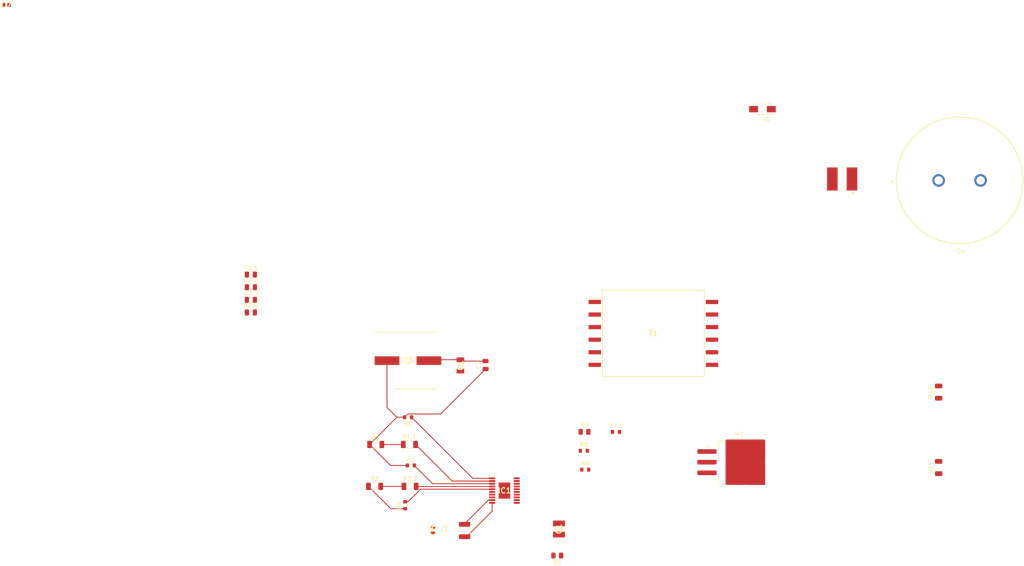
<source format=kicad_pcb>
(kicad_pcb (version 20240108) (generator "pcbnew") (generator_version "8.0")
  (layers (0 "F.Cu" signal) (31 "B.Cu" signal) (34 "B.Paste" user) (35 "F.Paste" user) (36 "B.SilkS" user "B.Silkscreen") (37 "F.SilkS" user "F.Silkscreen") (38 "B.Mask" user) (39 "F.Mask" user) (44 "Edge.Cuts" user))
  (net 0 "")
  (net 1 "Net-(IC1-HVGATE)")
  (net 2 "Net-(IC1-UVLO2)")
  (net 3 "Vtrans")
  (net 4 "GND")
  (net 7 "Vcc")
  (net 8 "Net-(IC1-UVLO1)")
  (net 9 "Net-(IC1-RBG)")
  (net 10 "c_done")
  (net 11 "Net-(IC1-VCC)")
  (net 12 "Net-(IC1-CSP)")
  (net 13 "Net-(IC1-RDCM)")
  (net 14 "Net-(IC1-FB)")
  (net 17 "Net-(IC1-OVLO1)")
  (net 18 "Net-(IC1-RVTRANS)")
  (net 19 "Net-(IC1-OVLO2)")
  (net 20 "Net-(IC1-RVOUT)")
  (net 21 "c_charge")
  (net 22 "Net-(M1-D)")
  (net 23 "Net-(R1-Pad2)")
  (net 24 "Net-(R3-Pad2)")
  (net 25 "Net-(R7-Pad2)")
  (net 26 "Vout")
  (net 27 "Net-(T1-SEC_1)")
  (footprint "Resistor_SMD:R_1206_3216Metric" (layer "F.Cu") (at 223.5 93 90)
    (property "Reference" "R10" (at 0 -1.82 90) (layer "F.SilkS"))
    (property "Value" "30.9k")
    (fp_line (start -0.727064 -0.91) (end 0.727064 -0.91) (stroke (width 0.12)) (layer "F.SilkS"))
    (fp_line (start -0.727064 0.91) (end 0.727064 0.91) (stroke (width 0.12)) (layer "F.SilkS"))
    (pad "1" smd roundrect (at -1.4625 0 90) (size 1.125 1.75) (layers "F.Cu" "F.Paste" "F.Mask") (roundrect_rratio 0.222222) (net 26 "Vout"))
    (pad "2" smd roundrect (at 1.4625 0 90) (size 1.125 1.75) (layers "F.Cu" "F.Paste" "F.Mask") (roundrect_rratio 0.222222) (net 14 "Net-(IC1-FB)"))
  )
  (footprint "Resistor_SMD:R_1206_3216Metric" (layer "F.Cu") (at 89.0375 115.5)
    (property "Reference" "R3" (at 0 -1.82 0) (layer "F.SilkS"))
    (property "Value" "1.8k")
    (fp_line (start -0.727064 -0.91) (end 0.727064 -0.91) (stroke (width 0.12)) (layer "F.SilkS"))
    (fp_line (start -0.727064 0.91) (end 0.727064 0.91) (stroke (width 0.12)) (layer "F.SilkS"))
    (pad "1" smd roundrect (at -1.4625 0) (size 1.125 1.75) (layers "F.Cu" "F.Paste" "F.Mask") (roundrect_rratio 0.222222) (net 7 "Vcc"))
    (pad "2" smd roundrect (at 1.4625 0) (size 1.125 1.75) (layers "F.Cu" "F.Paste" "F.Mask") (roundrect_rratio 0.222222) (net 24 "Net-(R3-Pad2)"))
  )
  (footprint "Capacitor_SMD:C_1210_3225Metric" (layer "F.Cu") (at 110.5 126.025 90)
    (property "Reference" "C6" (at 0.5 -4.8 90) (layer "F.SilkS"))
    (property "Value" "10uF")
    (fp_line (start -0.711252 -1.36) (end 0.711252 -1.36) (stroke (width 0.12)) (layer "F.SilkS"))
    (fp_line (start -0.711252 1.36) (end 0.711252 1.36) (stroke (width 0.12)) (layer "F.SilkS"))
    (pad "1" smd roundrect (at -1.475 0 90) (size 1.15 2.7) (layers "F.Cu" "F.Paste" "F.Mask") (roundrect_rratio 0.217391) (net 14 "Net-(IC1-FB)"))
    (pad "2" smd roundrect (at 1.475 0 90) (size 1.15 2.7) (layers "F.Cu" "F.Paste" "F.Mask") (roundrect_rratio 0.217391) (net 4 "GND"))
  )
  (footprint "Resistor_SMD:R_1206_3216Metric" (layer "F.Cu") (at 89.3125 105.5)
    (property "Reference" "R1" (at 0 -1.82 0) (layer "F.SilkS"))
    (property "Value" "1.8k")
    (fp_line (start -0.727064 -0.91) (end 0.727064 -0.91) (stroke (width 0.12)) (layer "F.SilkS"))
    (fp_line (start -0.727064 0.91) (end 0.727064 0.91) (stroke (width 0.12)) (layer "F.SilkS"))
    (pad "1" smd roundrect (at -1.4625 0) (size 1.125 1.75) (layers "F.Cu" "F.Paste" "F.Mask") (roundrect_rratio 0.222222) (net 3 "Vtrans"))
    (pad "2" smd roundrect (at 1.4625 0) (size 1.125 1.75) (layers "F.Cu" "F.Paste" "F.Mask") (roundrect_rratio 0.222222) (net 23 "Net-(R1-Pad2)"))
  )
  (footprint "Capacitor_SMD:C_0805_2012Metric" (layer "F.Cu") (at 59.55 70.99)
    (property "Reference" "C2.3" (at 0 -1.68 0) (layer "F.SilkS"))
    (property "Value" "2.2u")
    (fp_line (start -0.261252 -0.735) (end 0.261252 -0.735) (stroke (width 0.12)) (layer "F.SilkS"))
    (fp_line (start -0.261252 0.735) (end 0.261252 0.735) (stroke (width 0.12)) (layer "F.SilkS"))
    (pad "1" smd roundrect (at -0.95 0) (size 1 1.45) (layers "F.Cu" "F.Paste" "F.Mask") (net 3 "Vtrans"))
    (pad "2" smd roundrect (at 0.95 0) (size 1 1.45) (layers "F.Cu" "F.Paste" "F.Mask") (net 4 "GND"))
  )
  (footprint "885342206006_Ceramic_C:CAPC1608X87N" (layer "F.Cu") (at 103 126 90)
    (property "Reference" "C6" (at 0 0 90) (layer "F.SilkS") (effects (font (size 1.27 1.27) (thickness 0.254))))
    (property "Value" "10000 pF (885342206006)" (hide yes))
    (pad "1" smd rect (at -0.67 0 90) (size 0.8 0.94) (layers "F.Cu" "F.Paste" "F.Mask") (net 14 "Net-(IC1-FB)"))
    (pad "2" smd rect (at 0.67 0 90) (size 0.8 0.94) (layers "F.Cu" "F.Paste" "F.Mask") (net 4 "GND"))
  )
  (footprint "LT3751:SOP65P640X120-21N" (layer "F.Cu") (at 120 116.5)
    (property "Reference" "IC1" (at 0 0 0) (layer "F.SilkS") (effects (font (size 1.27 1.27) (thickness 0.254))))
    (property "Value" "LT3751IFE#PBF" (hide yes))
    (fp_line (start -3.65 -3.5) (end -2.2 -3.5) (stroke (width 0.2)) (layer "F.SilkS"))
    (pad "1" smd rect (at -2.925 -2.925 90) (size 0.45 1.45) (layers "F.Cu" "F.Paste" "F.Mask") (net 18 "Net-(IC1-RVTRANS)"))
    (pad "2" smd rect (at -2.925 -2.275 90) (size 0.45 1.45) (layers "F.Cu" "F.Paste" "F.Mask") (net 8 "Net-(IC1-UVLO1)"))
    (pad "3" smd rect (at -2.925 -1.625 90) (size 0.45 1.45) (layers "F.Cu" "F.Paste" "F.Mask") (net 17 "Net-(IC1-OVLO1)"))
    (pad "4" smd rect (at -2.925 -0.975 90) (size 0.45 1.45) (layers "F.Cu" "F.Paste" "F.Mask") (net 2 "Net-(IC1-UVLO2)"))
    (pad "5" smd rect (at -2.925 -0.325 90) (size 0.45 1.45) (layers "F.Cu" "F.Paste" "F.Mask") (net 19 "Net-(IC1-OVLO2)"))
    (pad "6" smd rect (at -2.925 0.325 90) (size 0.45 1.45) (layers "F.Cu" "F.Paste" "F.Mask"))
    (pad "7" smd rect (at -2.925 0.975 90) (size 0.45 1.45) (layers "F.Cu" "F.Paste" "F.Mask") (net 10 "c_done"))
    (pad "8" smd rect (at -2.925 1.625 90) (size 0.45 1.45) (layers "F.Cu" "F.Paste" "F.Mask") (net 21 "c_charge"))
    (pad "9" smd rect (at -2.925 2.275 90) (size 0.45 1.45) (layers "F.Cu" "F.Paste" "F.Mask") (net 4 "GND"))
    (pad "10" smd rect (at -2.925 2.925 90) (size 0.45 1.45) (layers "F.Cu" "F.Paste" "F.Mask") (net 14 "Net-(IC1-FB)"))
    (pad "11" smd rect (at 2.925 2.925 90) (size 0.45 1.45) (layers "F.Cu" "F.Paste" "F.Mask") (net 4 "GND"))
    (pad "12" smd rect (at 2.925 2.275 90) (size 0.45 1.45) (layers "F.Cu" "F.Paste" "F.Mask") (net 12 "Net-(IC1-CSP)"))
    (pad "13" smd rect (at 2.925 1.625 90) (size 0.45 1.45) (layers "F.Cu" "F.Paste" "F.Mask") (net 11 "Net-(IC1-VCC)"))
    (pad "14" smd rect (at 2.925 0.975 90) (size 0.45 1.45) (layers "F.Cu" "F.Paste" "F.Mask") (net 7 "Vcc"))
    (pad "15" smd rect (at 2.925 0.325 90) (size 0.45 1.45) (layers "F.Cu" "F.Paste" "F.Mask") (net 1 "Net-(IC1-HVGATE)"))
    (pad "16" smd rect (at 2.925 -0.325 90) (size 0.45 1.45) (layers "F.Cu" "F.Paste" "F.Mask") (net 9 "Net-(IC1-RBG)"))
    (pad "17" smd rect (at 2.925 -0.975 90) (size 0.45 1.45) (layers "F.Cu" "F.Paste" "F.Mask"))
    (pad "18" smd rect (at 2.925 -1.625 90) (size 0.45 1.45) (layers "F.Cu" "F.Paste" "F.Mask") (net 20 "Net-(IC1-RVOUT)"))
    (pad "19" smd rect (at 2.925 -2.275 90) (size 0.45 1.45) (layers "F.Cu" "F.Paste" "F.Mask"))
    (pad "20" smd rect (at 2.925 -2.925 90) (size 0.45 1.45) (layers "F.Cu" "F.Paste" "F.Mask") (net 13 "Net-(IC1-RDCM)"))
    (pad "21" smd rect (at 0 0) (size 2.74 3.86) (layers "F.Cu" "F.Paste" "F.Mask"))
  )
  (footprint "Capacitor_SMD:C_0805_2012Metric" (layer "F.Cu") (at 59.55 64.97)
    (property "Reference" "C2.1" (at 0 -1.68 0) (layer "F.SilkS"))
    (property "Value" "2.2uF")
    (fp_line (start -0.261252 -0.735) (end 0.261252 -0.735) (stroke (width 0.12)) (layer "F.SilkS"))
    (fp_line (start -0.261252 0.735) (end 0.261252 0.735) (stroke (width 0.12)) (layer "F.SilkS"))
    (pad "1" smd roundrect (at -0.95 0) (size 1 1.45) (layers "F.Cu" "F.Paste" "F.Mask") (net 3 "Vtrans"))
    (pad "2" smd roundrect (at 0.95 0) (size 1 1.45) (layers "F.Cu" "F.Paste" "F.Mask") (net 4 "GND"))
  )
  (footprint "Resistor_SMD:R_0603_1608Metric" (layer "F.Cu") (at 146.5875 102.5)
    (property "Reference" "R7.1" (at 0 -1.43 0) (layer "F.SilkS"))
    (property "Value" "18k")
    (fp_line (start -0.237258 -0.5225) (end 0.237258 -0.5225) (stroke (width 0.12)) (layer "F.SilkS"))
    (fp_line (start -0.237258 0.5225) (end 0.237258 0.5225) (stroke (width 0.12)) (layer "F.SilkS"))
    (pad "1" smd roundrect (at -0.825 0) (size 0.8 0.95) (layers "F.Cu" "F.Paste" "F.Mask") (net 25 "Net-(R7-Pad2)"))
    (pad "2" smd roundrect (at 0.825 0) (size 0.8 0.95) (layers "F.Cu" "F.Paste" "F.Mask") (net 22 "Net-(M1-D)"))
  )
  (footprint "WCAP-AIG8_30X46:WCAP-AIG8_30X46_DXL_" (layer "F.Cu") (at 228.5 42.5 180)
    (property "Reference" "C4" (at -0.24 -16.865 0) (layer "F.SilkS"))
    (property "Value" "WCAP-AIG8_30X46")
    (fp_circle (center 0 0) (end 15.1 0) (stroke (width 0.2)) (fill none) (layer "F.SilkS"))
    (fp_text user "+" (at 16 -0.2 0) (layer "F.SilkS"))
    (pad "1" thru_hole circle (at 5 0 180) (size 3 3) (drill 2) (layers "*.Cu" "*.Mask") (net 26 "Vout"))
    (pad "2" thru_hole circle (at -5 0 180) (size 3 3) (drill 2) (layers "*.Cu" "*.Mask") (net 4 "GND"))
  )
  (footprint "Resistor_SMD:R_0603_1608Metric" (layer "F.Cu") (at 138.9125 107)
    (property "Reference" "R8" (at 0 -1.43 0) (layer "F.SilkS"))
    (property "Value" "40.2k")
    (fp_line (start -0.237258 -0.5225) (end 0.237258 -0.5225) (stroke (width 0.12)) (layer "F.SilkS"))
    (fp_line (start -0.237258 0.5225) (end 0.237258 0.5225) (stroke (width 0.12)) (layer "F.SilkS"))
    (pad "1" smd roundrect (at -0.825 0) (size 0.8 0.95) (layers "F.Cu" "F.Paste" "F.Mask") (net 20 "Net-(IC1-RVOUT)"))
    (pad "2" smd roundrect (at 0.825 0) (size 0.8 0.95) (layers "F.Cu" "F.Paste" "F.Mask") (net 22 "Net-(M1-D)"))
  )
  (footprint "US1M:DIOM4325X250N" (layer "F.Cu") (at 181.5 25.5 180)
    (property "Reference" "D1" (at -0.925 -2.43 0) (layer "F.SilkS") (effects (font (size 0.787402 0.787402))))
    (property "Value" "US1M")
    (fp_line (start 2.165 1.28) (end 2.165 1.07) (stroke (width 0.127)) (layer "F.SilkS"))
    (fp_line (start 2.165 -1.07) (end 2.165 -1.28) (stroke (width 0.127)) (layer "F.SilkS"))
    (fp_line (start 2.165 -1.28) (end -2.165 -1.28) (stroke (width 0.127)) (layer "F.SilkS"))
    (fp_line (start -2.165 1.28) (end 2.165 1.28) (stroke (width 0.127)) (layer "F.SilkS"))
    (fp_line (start -2.165 1.28) (end -2.165 1.07) (stroke (width 0.127)) (layer "F.SilkS"))
    (fp_line (start -2.165 -1.28) (end -2.165 -1.07) (stroke (width 0.127)) (layer "F.SilkS"))
    (fp_circle (center -4 0) (end -3.9 0) (stroke (width 0.2)) (fill none) (layer "F.SilkS"))
    (pad "A" smd rect (at 2.115 0 180) (size 2.12 1.5) (layers "F.Cu" "F.Paste" "F.Mask") (net 27 "Net-(T1-SEC_1)"))
    (pad "C" smd rect (at -2.115 0 180) (size 2.12 1.5) (layers "F.Cu" "F.Paste" "F.Mask") (net 26 "Vout"))
  )
  (footprint "Resistor_SMD:R_1206_3216Metric" (layer "F.Cu") (at 97.35 105.5)
    (property "Reference" "R1.1" (at 0 -1.82 0) (layer "F.SilkS"))
    (property "Value" "68k")
    (fp_line (start -0.727064 -0.91) (end 0.727064 -0.91) (stroke (width 0.12)) (layer "F.SilkS"))
    (fp_line (start -0.727064 0.91) (end 0.727064 0.91) (stroke (width 0.12)) (layer "F.SilkS"))
    (pad "1" smd roundrect (at -1.4625 0) (size 1.125 1.75) (layers "F.Cu" "F.Paste" "F.Mask") (roundrect_rratio 0.222222) (net 23 "Net-(R1-Pad2)"))
    (pad "2" smd roundrect (at 1.4625 0) (size 1.125 1.75) (layers "F.Cu" "F.Paste" "F.Mask") (roundrect_rratio 0.222222) (net 8 "Net-(IC1-UVLO1)"))
  )
  (footprint "Capacitor_SMD:C_0805_2012Metric" (layer "F.Cu") (at 59.55 74)
    (property "Reference" "C2.4" (at 0 -1.68 0) (layer "F.SilkS"))
    (property "Value" "2.2u")
    (fp_line (start -0.261252 -0.735) (end 0.261252 -0.735) (stroke (width 0.12)) (layer "F.SilkS"))
    (fp_line (start -0.261252 0.735) (end 0.261252 0.735) (stroke (width 0.12)) (layer "F.SilkS"))
    (pad "1" smd roundrect (at -0.95 0) (size 1 1.45) (layers "F.Cu" "F.Paste" "F.Mask") (net 3 "Vtrans"))
    (pad "2" smd roundrect (at 0.95 0) (size 1 1.45) (layers "F.Cu" "F.Paste" "F.Mask") (net 4 "GND"))
  )
  (footprint "Package_TO_SOT_SMD:TO-263-3_TabPin2" (layer "F.Cu") (at 175.925 109.725)
    (property "Reference" "M1" (at 0 -6.65 0) (layer "F.SilkS"))
    (property "Value" "NMOS")
    (fp_line (start -4.825 -5.2) (end -4.825 -3.39) (stroke (width 0.12)) (layer "F.SilkS"))
    (fp_line (start -4.825 5.2) (end -4.825 3.39) (stroke (width 0.12)) (layer "F.SilkS"))
    (fp_line (start -3.325 -5.2) (end -4.825 -5.2) (stroke (width 0.12)) (layer "F.SilkS"))
    (fp_line (start -3.325 5.2) (end -4.825 5.2) (stroke (width 0.12)) (layer "F.SilkS"))
    (fp_poly (pts (xy -7.3875 -3.39) (xy -7.6275 -3.72) (xy -7.1475 -3.72) (xy -7.3875 -3.39)) (stroke (width 0.12)) (fill solid) (layer "F.SilkS"))
    (pad "1" smd roundrect (at -7.65 -2.54) (size 4.6 1.1) (layers "F.Cu" "F.Paste" "F.Mask") (roundrect_rratio 0.227273) (net 22 "Net-(M1-D)"))
    (pad "2" smd roundrect (at -7.65 0) (size 4.6 1.1) (layers "F.Cu" "F.Paste" "F.Mask") (roundrect_rratio 0.227273) (net 1 "Net-(IC1-HVGATE)"))
    (pad "2" smd roundrect (at -0.925 -2.775) (size 4.55 5.25) (layers "F.Cu" "F.Paste") (roundrect_rratio 0.054945) (net 1 "Net-(IC1-HVGATE)"))
    (pad "2" smd roundrect (at -0.925 2.775) (size 4.55 5.25) (layers "F.Cu" "F.Paste") (roundrect_rratio 0.054945) (net 1 "Net-(IC1-HVGATE)"))
    (pad "2" smd roundrect (at 1.5 0) (size 9.4 10.8) (layers "F.Cu" "F.Mask") (roundrect_rratio 0.026596) (net 1 "Net-(IC1-HVGATE)"))
    (pad "2" smd roundrect (at 3.925 -2.775) (size 4.55 5.25) (layers "F.Cu" "F.Paste") (roundrect_rratio 0.054945) (net 1 "Net-(IC1-HVGATE)"))
    (pad "2" smd roundrect (at 3.925 2.775) (size 4.55 5.25) (layers "F.Cu" "F.Paste") (roundrect_rratio 0.054945) (net 1 "Net-(IC1-HVGATE)"))
    (pad "3" smd roundrect (at -7.65 2.54) (size 4.6 1.1) (layers "F.Cu" "F.Paste" "F.Mask") (roundrect_rratio 0.227273) (net 12 "Net-(IC1-CSP)"))
  )
  (footprint "Resistor_SMD:R_1206_3216Metric" (layer "F.Cu") (at 223.5 111 90)
    (property "Reference" "R11" (at 0 -1.82 90) (layer "F.SilkS"))
    (property "Value" "383")
    (fp_line (start -0.727064 -0.91) (end 0.727064 -0.91) (stroke (width 0.12)) (layer "F.SilkS"))
    (fp_line (start -0.727064 0.91) (end 0.727064 0.91) (stroke (width 0.12)) (layer "F.SilkS"))
    (pad "1" smd roundrect (at -1.4625 0 90) (size 1.125 1.75) (layers "F.Cu" "F.Paste" "F.Mask") (roundrect_rratio 0.222222) (net 14 "Net-(IC1-FB)"))
    (pad "2" smd roundrect (at 1.4625 0 90) (size 1.125 1.75) (layers "F.Cu" "F.Paste" "F.Mask") (roundrect_rratio 0.222222) (net 4 "GND"))
  )
  (footprint "865080562017_test:CAPAE1350X1400N" (layer "F.Cu") (at 97 85.5)
    (property "Reference" "C3" (at 0 0 0) (layer "F.SilkS") (effects (font (size 1.27 1.27) (thickness 0.254))))
    (property "Value" "680 uF (865080562017)" (hide yes))
    (fp_line (start -7.95 -6.75) (end 6.75 -6.75) (stroke (width 0.2)) (layer "F.SilkS"))
    (fp_line (start -3.375 6.75) (end 6.75 6.75) (stroke (width 0.2)) (layer "F.SilkS"))
    (pad "1" smd rect (at -5 0 90) (size 2.05 5.9) (layers "F.Cu" "F.Paste" "F.Mask") (net 3 "Vtrans"))
    (pad "2" smd rect (at 5 0 90) (size 2.05 5.9) (layers "F.Cu" "F.Paste" "F.Mask") (net 4 "GND"))
  )
  (footprint "885342206006:CAPC1608X87N" (layer "F.Cu") (at 1.245 0.645)
    (property "Reference" "C7" (at 0 0 0) (layer "F.SilkS") (effects (font (size 1.27 1.27) (thickness 0.254))))
    (property "Value" "885342206006 (10000 pF)" (hide yes))
    (pad "1" smd rect (at -0.67 0) (size 0.8 0.94) (layers "F.Cu" "F.Paste" "F.Mask") (net 14 "Net-(IC1-FB)"))
    (pad "2" smd rect (at 0.67 0) (size 0.8 0.94) (layers "F.Cu" "F.Paste" "F.Mask") (net 4 "GND"))
  )
  (footprint "885012208069_Ceramic_C:CAPC3216X180N" (layer "F.Cu") (at 109.5 86.64 -90)
    (property "Reference" "C1" (at 0 0 90) (layer "F.SilkS") (effects (font (size 1.27 1.27) (thickness 0.254))))
    (property "Value" "885012208069" (hide yes))
    (fp_line (start 0 -0.7) (end 0 0.7) (stroke (width 0.2)) (layer "F.SilkS"))
    (pad "1" smd rect (at -1.36 0 270) (size 1.1 1.82) (layers "F.Cu" "F.Paste" "F.Mask") (net 4 "GND"))
    (pad "2" smd rect (at 1.36 0 270) (size 1.1 1.82) (layers "F.Cu" "F.Paste" "F.Mask") (net 11 "Net-(IC1-VCC)"))
  )
  (footprint "CKG57NX7R2J474M500JH:CAPC6050X550N" (layer "F.Cu") (at 200.5 42.164 180)
    (property "Reference" "C5" (at -2.6 -3.35 0) (layer "F.SilkS") (effects (font (size 0.393701 0.393701))))
    (property "Value" "CKG57NX7R2J474M500JH")
    (fp_line (start -0.75 2.75) (end 0.75 2.75) (stroke (width 0.127)) (layer "F.SilkS"))
    (fp_line (start -0.75 -2.75) (end 0.75 -2.75) (stroke (width 0.127)) (layer "F.SilkS"))
    (pad "1" smd rect (at -2.336 0 180) (size 2.53 5.51) (layers "F.Cu" "F.Paste" "F.Mask") (net 26 "Vout"))
    (pad "2" smd rect (at 2.336 0 180) (size 2.53 5.51) (layers "F.Cu" "F.Paste" "F.Mask") (net 4 "GND"))
  )
  (footprint "Resistor_SMD:R_0603_1608Metric" (layer "F.Cu") (at 97.675 110.5)
    (property "Reference" "R2" (at 0 -1.43 0) (layer "F.SilkS"))
    (property "Value" "475k")
    (fp_line (start -0.237258 -0.5225) (end 0.237258 -0.5225) (stroke (width 0.12)) (layer "F.SilkS"))
    (fp_line (start -0.237258 0.5225) (end 0.237258 0.5225) (stroke (width 0.12)) (layer "F.SilkS"))
    (pad "1" smd roundrect (at -0.825 0) (size 0.8 0.95) (layers "F.Cu" "F.Paste" "F.Mask") (net 3 "Vtrans"))
    (pad "2" smd roundrect (at 0.825 0) (size 0.8 0.95) (layers "F.Cu" "F.Paste" "F.Mask") (net 17 "Net-(IC1-OVLO1)"))
  )
  (footprint "Resistor_SMD:R_0603_1608Metric" (layer "F.Cu") (at 139.2625 111.5)
    (property "Reference" "R9" (at 0 -1.43 0) (layer "F.SilkS"))
    (property "Value" "4.02k")
    (fp_line (start -0.237258 -0.5225) (end 0.237258 -0.5225) (stroke (width 0.12)) (layer "F.SilkS"))
    (fp_line (start -0.237258 0.5225) (end 0.237258 0.5225) (stroke (width 0.12)) (layer "F.SilkS"))
    (pad "1" smd roundrect (at -0.825 0) (size 0.8 0.95) (layers "F.Cu" "F.Paste" "F.Mask") (net 9 "Net-(IC1-RBG)"))
    (pad "2" smd roundrect (at 0.825 0) (size 0.8 0.95) (layers "F.Cu" "F.Paste" "F.Mask") (net 4 "GND"))
  )
  (footprint "885012209073:CAPC3225X280N" (layer "F.Cu") (at 133 125.67 90)
    (property "Reference" "C1" (at 0 0 90) (layer "F.SilkS") (effects (font (size 1.27 1.27) (thickness 0.254))))
    (property "Value" "10uF (885012209073)" (hide yes))
    (fp_line (start 0 -1.15) (end 0 1.15) (stroke (width 0.2)) (layer "F.SilkS"))
    (pad "1" smd rect (at -1.33 0 90) (size 1.36 2.82) (layers "F.Cu" "F.Paste" "F.Mask") (net 4 "GND"))
    (pad "2" smd rect (at 1.33 0 90) (size 1.36 2.82) (layers "F.Cu" "F.Paste" "F.Mask") (net 11 "Net-(IC1-VCC)"))
  )
  (footprint "Resistor_SMD:R_0805_2012Metric" (layer "F.Cu") (at 139.0875 102.5)
    (property "Reference" "R7" (at 0 -1.65 0) (layer "F.SilkS"))
    (property "Value" "200")
    (fp_line (start -0.227064 -0.735) (end 0.227064 -0.735) (stroke (width 0.12)) (layer "F.SilkS"))
    (fp_line (start -0.227064 0.735) (end 0.227064 0.735) (stroke (width 0.12)) (layer "F.SilkS"))
    (pad "1" smd roundrect (at -0.9125 0) (size 1.025 1.4) (layers "F.Cu" "F.Paste" "F.Mask") (roundrect_rratio 0.243902) (net 13 "Net-(IC1-RDCM)"))
    (pad "2" smd roundrect (at 0.9125 0) (size 1.025 1.4) (layers "F.Cu" "F.Paste" "F.Mask") (roundrect_rratio 0.243902) (net 25 "Net-(R7-Pad2)"))
  )
  (footprint "Resistor_SMD:R_0603_1608Metric" (layer "F.Cu") (at 97.025 99 180)
    (property "Reference" "R6" (at 0 -1.43 0) (layer "F.SilkS"))
    (property "Value" "40.2k")
    (fp_line (start -0.237258 0.5225) (end 0.237258 0.5225) (stroke (width 0.12)) (layer "F.SilkS"))
    (fp_line (start -0.237258 -0.5225) (end 0.237258 -0.5225) (stroke (width 0.12)) (layer "F.SilkS"))
    (pad "1" smd roundrect (at -0.825 0 180) (size 0.8 0.95) (layers "F.Cu" "F.Paste" "F.Mask") (net 18 "Net-(IC1-RVTRANS)"))
    (pad "2" smd roundrect (at 0.825 0 180) (size 0.8 0.95) (layers "F.Cu" "F.Paste" "F.Mask") (net 3 "Vtrans"))
  )
  (footprint "Capacitor_SMD:C_0805_2012Metric" (layer "F.Cu") (at 115.5 86.55 90)
    (property "Reference" "C2" (at 0 -1.68 90) (layer "F.SilkS"))
    (property "Value" "2.2uF")
    (fp_line (start -0.261252 -0.735) (end 0.261252 -0.735) (stroke (width 0.12)) (layer "F.SilkS"))
    (fp_line (start -0.261252 0.735) (end 0.261252 0.735) (stroke (width 0.12)) (layer "F.SilkS"))
    (pad "1" smd roundrect (at -0.95 0 90) (size 1 1.45) (layers "F.Cu" "F.Paste" "F.Mask") (net 3 "Vtrans"))
    (pad "2" smd roundrect (at 0.95 0 90) (size 1 1.45) (layers "F.Cu" "F.Paste" "F.Mask") (net 4 "GND"))
  )
  (footprint "Resistor_SMD:R_0805_2012Metric" (layer "F.Cu") (at 132.5875 132 180)
    (property "Reference" "R5" (at 0 -1.65 0) (layer "F.SilkS"))
    (property "Value" "6m")
    (fp_line (start -0.227064 0.735) (end 0.227064 0.735) (stroke (width 0.12)) (layer "F.SilkS"))
    (fp_line (start -0.227064 -0.735) (end 0.227064 -0.735) (stroke (width 0.12)) (layer "F.SilkS"))
    (pad "1" smd roundrect (at -0.9125 0 180) (size 1.025 1.4) (layers "F.Cu" "F.Paste" "F.Mask") (roundrect_rratio 0.243902) (net 4 "GND"))
    (pad "2" smd roundrect (at 0.9125 0 180) (size 1.025 1.4) (layers "F.Cu" "F.Paste" "F.Mask") (roundrect_rratio 0.243902) (net 12 "Net-(IC1-CSP)"))
  )
  (footprint "Resistor_SMD:R_0603_1608Metric" (layer "F.Cu") (at 96.325 120 90)
    (property "Reference" "R4" (at 0 -1.43 90) (layer "F.SilkS"))
    (property "Value" "475k")
    (fp_line (start -0.237258 -0.5225) (end 0.237258 -0.5225) (stroke (width 0.12)) (layer "F.SilkS"))
    (fp_line (start -0.237258 0.5225) (end 0.237258 0.5225) (stroke (width 0.12)) (layer "F.SilkS"))
    (pad "1" smd roundrect (at -0.825 0 90) (size 0.8 0.95) (layers "F.Cu" "F.Paste" "F.Mask") (net 7 "Vcc"))
    (pad "2" smd roundrect (at 0.825 0 90) (size 0.8 0.95) (layers "F.Cu" "F.Paste" "F.Mask") (net 19 "Net-(IC1-OVLO2)"))
  )
  (footprint "Capacitor_SMD:C_0805_2012Metric" (layer "F.Cu") (at 59.55 67.98)
    (property "Reference" "C2.2" (at 0 -1.68 0) (layer "F.SilkS"))
    (property "Value" "2.2u")
    (fp_line (start -0.261252 -0.735) (end 0.261252 -0.735) (stroke (width 0.12)) (layer "F.SilkS"))
    (fp_line (start -0.261252 0.735) (end 0.261252 0.735) (stroke (width 0.12)) (layer "F.SilkS"))
    (pad "1" smd roundrect (at -0.95 0) (size 1 1.45) (layers "F.Cu" "F.Paste" "F.Mask") (net 3 "Vtrans"))
    (pad "2" smd roundrect (at 0.95 0) (size 1 1.45) (layers "F.Cu" "F.Paste" "F.Mask") (net 4 "GND"))
  )
  (footprint "DA2034_ALD_Test:SOP300P3000X1143-12N" (layer "F.Cu") (at 155.5 79)
    (property "Reference" "T1" (at 0 0 0) (layer "F.SilkS") (effects (font (size 1.27 1.27) (thickness 0.254))))
    (property "Value" "DA2034-ALD" (hide yes))
    (fp_line (start -15.45 -8.35) (end -12.5 -8.35) (stroke (width 0.2)) (layer "F.SilkS"))
    (fp_line (start -12.15 -10.285) (end 12.15 -10.285) (stroke (width 0.2)) (layer "F.SilkS"))
    (fp_line (start -12.15 10.285) (end -12.15 -10.285) (stroke (width 0.2)) (layer "F.SilkS"))
    (fp_line (start 12.15 -10.285) (end 12.15 10.285) (stroke (width 0.2)) (layer "F.SilkS"))
    (fp_line (start 12.15 10.285) (end -12.15 10.285) (stroke (width 0.2)) (layer "F.SilkS"))
    (pad "1" smd rect (at -13.975 -7.5 90) (size 1 2.95) (layers "F.Cu" "F.Paste" "F.Mask") (net 27 "Net-(T1-SEC_1)"))
    (pad "2" smd rect (at -13.975 -4.5 90) (size 1 2.95) (layers "F.Cu" "F.Paste" "F.Mask"))
    (pad "3" smd rect (at -13.975 -1.5 90) (size 1 2.95) (layers "F.Cu" "F.Paste" "F.Mask") (net 3 "Vtrans"))
    (pad "4" smd rect (at -13.975 1.5 90) (size 1 2.95) (layers "F.Cu" "F.Paste" "F.Mask") (net 3 "Vtrans"))
    (pad "5" smd rect (at -13.975 4.5 90) (size 1 2.95) (layers "F.Cu" "F.Paste" "F.Mask") (net 3 "Vtrans"))
    (pad "6" smd rect (at -13.975 7.5 90) (size 1 2.95) (layers "F.Cu" "F.Paste" "F.Mask") (net 3 "Vtrans"))
    (pad "7" smd rect (at 13.975 7.5 90) (size 1 2.95) (layers "F.Cu" "F.Paste" "F.Mask") (net 22 "Net-(M1-D)"))
    (pad "8" smd rect (at 13.975 4.5 90) (size 1 2.95) (layers "F.Cu" "F.Paste" "F.Mask") (net 22 "Net-(M1-D)"))
    (pad "9" smd rect (at 13.975 1.5 90) (size 1 2.95) (layers "F.Cu" "F.Paste" "F.Mask") (net 22 "Net-(M1-D)"))
    (pad "10" smd rect (at 13.975 -1.5 90) (size 1 2.95) (layers "F.Cu" "F.Paste" "F.Mask") (net 22 "Net-(M1-D)"))
    (pad "11" smd rect (at 13.975 -4.5 90) (size 1 2.95) (layers "F.Cu" "F.Paste" "F.Mask"))
    (pad "12" smd rect (at 13.975 -7.5 90) (size 1 2.95) (layers "F.Cu" "F.Paste" "F.Mask") (net 4 "GND"))
  )
  (footprint "Resistor_SMD:R_1206_3216Metric" (layer "F.Cu") (at 97.5 115.5)
    (property "Reference" "R3.2" (at 0 -1.82 0) (layer "F.SilkS"))
    (property "Value" "68k")
    (fp_line (start -0.727064 -0.91) (end 0.727064 -0.91) (stroke (width 0.12)) (layer "F.SilkS"))
    (fp_line (start -0.727064 0.91) (end 0.727064 0.91) (stroke (width 0.12)) (layer "F.SilkS"))
    (pad "1" smd roundrect (at -1.4625 0) (size 1.125 1.75) (layers "F.Cu" "F.Paste" "F.Mask") (roundrect_rratio 0.222222) (net 24 "Net-(R3-Pad2)"))
    (pad "2" smd roundrect (at 1.4625 0) (size 1.125 1.75) (layers "F.Cu" "F.Paste" "F.Mask") (roundrect_rratio 0.222222) (net 2 "Net-(IC1-UVLO2)"))
  )
  (segment (start 98.9875 115.525) (end 98.9625 115.5) (width 0.2) (layer "F.Cu") (net 2))
  (segment (start 117.075 115.525) (end 98.9875 115.525) (width 0.2) (layer "F.Cu") (net 2))
  (segment (start 104.775 98.225) (end 96.975 98.225) (width 0.2) (layer "F.Cu") (net 3))
  (segment (start 94.35 99) (end 92 96.65) (width 0.2) (layer "F.Cu") (net 3))
  (segment (start 96.85 110.5) (end 92.85 110.5) (width 0.2) (layer "F.Cu") (net 3))
  (segment (start 92 96.65) (end 92 85.5) (width 0.2) (layer "F.Cu") (net 3))
  (segment (start 96.975 98.225) (end 96.2 99) (width 0.2) (layer "F.Cu") (net 3))
  (segment (start 115.5 87.5) (end 104.775 98.225) (width 0.2) (layer "F.Cu") (net 3))
  (segment (start 92.85 110.5) (end 87.85 105.5) (width 0.2) (layer "F.Cu") (net 3))
  (segment (start 94.35 99) (end 87.85 105.5) (width 0.2) (layer "F.Cu") (net 3))
  (segment (start 96.2 99) (end 94.35 99) (width 0.2) (layer "F.Cu") (net 3))
  (segment (start 117.075 118.775) (end 116.15 118.775) (width 0.2) (layer "F.Cu") (net 4))
  (segment (start 110.5 124.425) (end 110.5 125.025) (width 0.2) (layer "F.Cu") (net 4))
  (segment (start 116.15 118.775) (end 110.5 124.425) (width 0.2) (layer "F.Cu") (net 4))
  (segment (start 102.72 85.28) (end 109.5 85.28) (width 0.2) (layer "F.Cu") (net 4))
  (segment (start 109.82 85.6) (end 109.5 85.28) (width 0.2) (layer "F.Cu") (net 4))
  (segment (start 115.5 85.6) (end 109.82 85.6) (width 0.2) (layer "F.Cu") (net 4))
  (segment (start 102.5 85.5) (end 102.72 85.28) (width 0.2) (layer "F.Cu") (net 4))
  (segment (start 102 85.5) (end 102.5 85.5) (width 0.2) (layer "F.Cu") (net 4))
  (segment (start 92.9 120.825) (end 87.575 115.5) (width 0.2) (layer "F.Cu") (net 7))
  (segment (start 96.325 120.825) (end 92.9 120.825) (width 0.2) (layer "F.Cu") (net 7))
  (segment (start 98.8125 105.5) (end 107.5375 114.225) (width 0.2) (layer "F.Cu") (net 8))
  (segment (start 107.5375 114.225) (end 117.075 114.225) (width 0.2) (layer "F.Cu") (net 8))
  (segment (start 117.075 121.4) (end 110.5 127.975) (width 0.2) (layer "F.Cu") (net 14))
  (segment (start 117.075 119.425) (end 117.075 121.4) (width 0.2) (layer "F.Cu") (net 14))
  (segment (start 117.075 114.875) (end 102.875 114.875) (width 0.2) (layer "F.Cu") (net 17))
  (segment (start 102.875 114.875) (end 98.5 110.5) (width 0.2) (layer "F.Cu") (net 17))
  (segment (start 112.425 113.575) (end 97.85 99) (width 0.2) (layer "F.Cu") (net 18))
  (segment (start 117.075 113.575) (end 112.425 113.575) (width 0.2) (layer "F.Cu") (net 18))
  (segment (start 97.009744 119.175) (end 96.325 119.175) (width 0.2) (layer "F.Cu") (net 19))
  (segment (start 117.075 116.175) (end 100.009744 116.175) (width 0.2) (layer "F.Cu") (net 19))
  (segment (start 100.009744 116.175) (end 97.009744 119.175) (width 0.2) (layer "F.Cu") (net 19))
  (segment (start 95.8875 105.5) (end 90.775 105.5) (width 0.2) (layer "F.Cu") (net 23))
  (segment (start 96.0375 115.5) (end 90.5 115.5) (width 0.2) (layer "F.Cu") (net 24))
)
</source>
